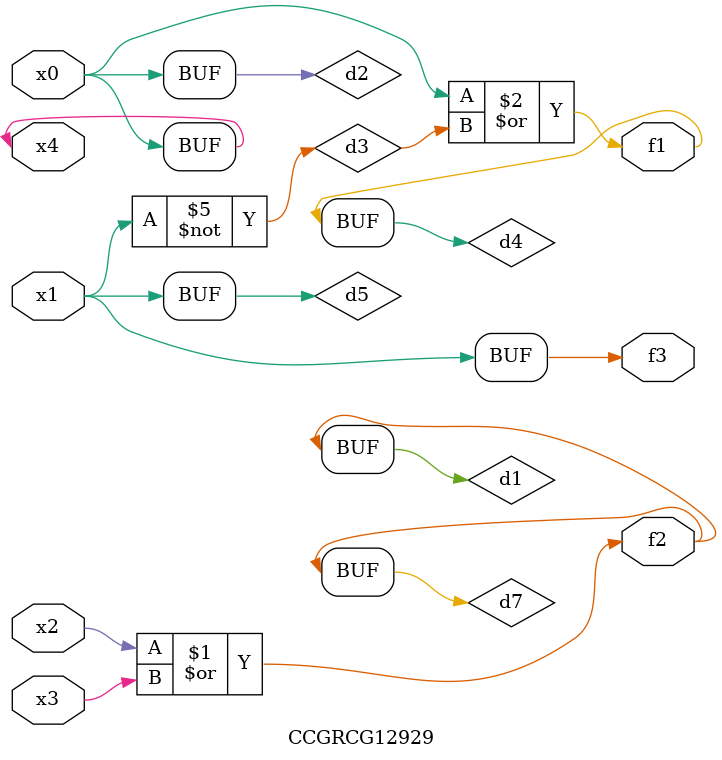
<source format=v>
module CCGRCG12929(
	input x0, x1, x2, x3, x4,
	output f1, f2, f3
);

	wire d1, d2, d3, d4, d5, d6, d7;

	or (d1, x2, x3);
	buf (d2, x0, x4);
	not (d3, x1);
	or (d4, d2, d3);
	not (d5, d3);
	nand (d6, d1, d3);
	or (d7, d1);
	assign f1 = d4;
	assign f2 = d7;
	assign f3 = d5;
endmodule

</source>
